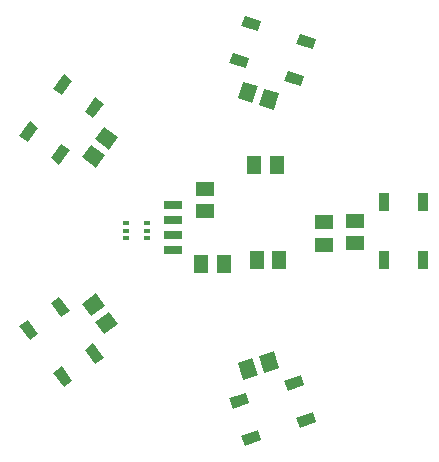
<source format=gbr>
G04 EAGLE Gerber RS-274X export*
G75*
%MOMM*%
%FSLAX34Y34*%
%LPD*%
%INSolderpaste Top*%
%IPPOS*%
%AMOC8*
5,1,8,0,0,1.08239X$1,22.5*%
G01*
%ADD10R,1.500000X0.900000*%
%ADD11R,0.900000X1.500000*%
%ADD12R,1.500000X1.300000*%
%ADD13R,1.300000X1.500000*%
%ADD14R,1.600000X0.700000*%
%ADD15R,0.550000X0.300000*%


D10*
G36*
X-129158Y-114853D02*
X-120343Y-126987D01*
X-127624Y-132277D01*
X-136439Y-120143D01*
X-129158Y-114853D01*
G37*
G36*
X-102460Y-95456D02*
X-93645Y-107590D01*
X-100926Y-112880D01*
X-109741Y-100746D01*
X-102460Y-95456D01*
G37*
G36*
X-157960Y-75212D02*
X-149145Y-87346D01*
X-156426Y-92636D01*
X-165241Y-80502D01*
X-157960Y-75212D01*
G37*
G36*
X-131262Y-55815D02*
X-122447Y-67949D01*
X-129728Y-73239D01*
X-138543Y-61105D01*
X-131262Y-55815D01*
G37*
G36*
X69320Y-158329D02*
X83585Y-153694D01*
X86366Y-162253D01*
X72101Y-166888D01*
X69320Y-158329D01*
G37*
G36*
X59122Y-126944D02*
X73387Y-122309D01*
X76168Y-130868D01*
X61903Y-135503D01*
X59122Y-126944D01*
G37*
G36*
X22718Y-173470D02*
X36983Y-168835D01*
X39764Y-177394D01*
X25499Y-182029D01*
X22718Y-173470D01*
G37*
G36*
X12520Y-142085D02*
X26785Y-137450D01*
X29566Y-146009D01*
X15301Y-150644D01*
X12520Y-142085D01*
G37*
D11*
X176500Y24500D03*
X143500Y24500D03*
X176500Y-24500D03*
X143500Y-24500D03*
D10*
G36*
X36983Y168835D02*
X22718Y173470D01*
X25499Y182029D01*
X39764Y177394D01*
X36983Y168835D01*
G37*
G36*
X26785Y137450D02*
X12520Y142085D01*
X15301Y150644D01*
X29566Y146009D01*
X26785Y137450D01*
G37*
G36*
X83585Y153694D02*
X69320Y158329D01*
X72101Y166888D01*
X86366Y162253D01*
X83585Y153694D01*
G37*
G36*
X73387Y122309D02*
X59122Y126944D01*
X61903Y135503D01*
X76168Y130868D01*
X73387Y122309D01*
G37*
G36*
X-149145Y87346D02*
X-157960Y75212D01*
X-165241Y80502D01*
X-156426Y92636D01*
X-149145Y87346D01*
G37*
G36*
X-122447Y67949D02*
X-131262Y55815D01*
X-138543Y61105D01*
X-129728Y73239D01*
X-122447Y67949D01*
G37*
G36*
X-120343Y126987D02*
X-129158Y114853D01*
X-136439Y120143D01*
X-127624Y132277D01*
X-120343Y126987D01*
G37*
G36*
X-93645Y107590D02*
X-102460Y95456D01*
X-109741Y100746D01*
X-100926Y112880D01*
X-93645Y107590D01*
G37*
D12*
X118760Y8230D03*
X118760Y-10770D03*
D13*
G36*
X42253Y120332D02*
X54616Y116315D01*
X49981Y102050D01*
X37618Y106067D01*
X42253Y120332D01*
G37*
G36*
X24183Y126204D02*
X36546Y122187D01*
X31911Y107922D01*
X19548Y111939D01*
X24183Y126204D01*
G37*
G36*
X-101386Y77370D02*
X-93745Y87886D01*
X-81610Y79070D01*
X-89251Y68554D01*
X-101386Y77370D01*
G37*
G36*
X-112554Y61998D02*
X-104913Y72514D01*
X-92778Y63698D01*
X-100419Y53182D01*
X-112554Y61998D01*
G37*
G36*
X-104913Y-72514D02*
X-112554Y-61998D01*
X-100419Y-53182D01*
X-92778Y-63698D01*
X-104913Y-72514D01*
G37*
G36*
X-93745Y-87886D02*
X-101386Y-77370D01*
X-89251Y-68554D01*
X-81610Y-79070D01*
X-93745Y-87886D01*
G37*
G36*
X36546Y-122187D02*
X24183Y-126204D01*
X19548Y-111939D01*
X31911Y-107922D01*
X36546Y-122187D01*
G37*
G36*
X54616Y-116315D02*
X42253Y-120332D01*
X37618Y-106067D01*
X49981Y-102050D01*
X54616Y-116315D01*
G37*
D14*
X-35255Y-16688D03*
X-35255Y-3988D03*
X-35255Y8712D03*
X-35255Y21412D03*
D13*
X33570Y55475D03*
X52570Y55475D03*
X-11078Y-28087D03*
X7922Y-28087D03*
D12*
X-8312Y16554D03*
X-8312Y35554D03*
X92519Y-11766D03*
X92519Y7234D03*
D13*
X54976Y-24620D03*
X35976Y-24620D03*
D15*
X-57290Y-6500D03*
X-57290Y0D03*
X-57290Y6500D03*
X-74790Y-6500D03*
X-74790Y0D03*
X-74790Y6500D03*
M02*

</source>
